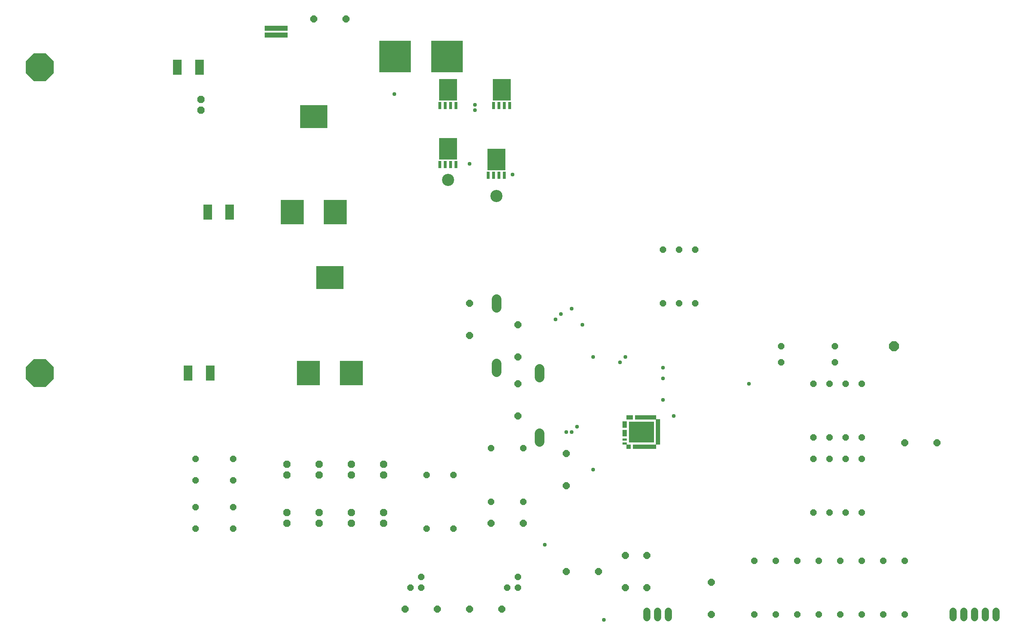
<source format=gbr>
G04 EAGLE Gerber RS-274X export*
G75*
%MOMM*%
%FSLAX34Y34*%
%LPD*%
%INSoldermask Top*%
%IPPOS*%
%AMOC8*
5,1,8,0,0,1.08239X$1,22.5*%
G01*
%ADD10P,1.759533X8X22.500000*%
%ADD11P,1.759533X8X202.500000*%
%ADD12P,1.759533X8X292.500000*%
%ADD13P,1.759533X8X112.500000*%
%ADD14P,1.649562X8X112.500000*%
%ADD15P,1.649562X8X292.500000*%
%ADD16C,1.727200*%
%ADD17R,0.711200X1.752600*%
%ADD18R,4.343400X5.105400*%
%ADD19P,1.649562X8X22.500000*%
%ADD20P,1.649562X8X202.500000*%
%ADD21R,0.508000X1.016000*%
%ADD22R,1.016000X0.508000*%
%ADD23R,5.994400X5.003800*%
%ADD24P,2.556822X8X22.500000*%
%ADD25R,5.533200X5.793200*%
%ADD26R,6.553200X5.483200*%
%ADD27C,2.298700*%
%ADD28P,1.852186X8X292.500000*%
%ADD29R,2.003200X3.603200*%
%ADD30R,5.403200X1.303200*%
%ADD31P,1.852186X8X112.500000*%
%ADD32R,7.503200X7.503200*%
%ADD33P,7.203089X8X22.500000*%
%ADD34C,3.759200*%
%ADD35C,2.870200*%
%ADD36C,0.959600*%


D10*
X558800Y88900D03*
X635000Y88900D03*
D11*
X838200Y292100D03*
X762000Y292100D03*
D12*
X711200Y812800D03*
X711200Y736600D03*
D10*
X939800Y177800D03*
X1016000Y177800D03*
D13*
X1282700Y76200D03*
X1282700Y152400D03*
D10*
X1739900Y482600D03*
X1816100Y482600D03*
X711200Y88900D03*
X787400Y88900D03*
X342900Y1485900D03*
X419100Y1485900D03*
D13*
X939800Y381000D03*
X939800Y457200D03*
X825500Y685800D03*
X825500Y762000D03*
D14*
X63500Y279400D03*
X63500Y330200D03*
X152400Y279400D03*
X152400Y330200D03*
D15*
X152400Y444500D03*
X152400Y393700D03*
X63500Y444500D03*
X63500Y393700D03*
D12*
X825500Y622300D03*
X825500Y546100D03*
X1130300Y215900D03*
X1130300Y139700D03*
X1079500Y215900D03*
X1079500Y139700D03*
D16*
X1955800Y83820D02*
X1955800Y68580D01*
X1930400Y68580D02*
X1930400Y83820D01*
X1905000Y83820D02*
X1905000Y68580D01*
X1879600Y68580D02*
X1879600Y83820D01*
X1854200Y83820D02*
X1854200Y68580D01*
D17*
X768350Y1281303D03*
X781050Y1281303D03*
X793750Y1281303D03*
X806450Y1281303D03*
D18*
X787400Y1318133D03*
D17*
X755650Y1116203D03*
X768350Y1116203D03*
X781050Y1116203D03*
X793750Y1116203D03*
D18*
X774700Y1153033D03*
D17*
X641350Y1141603D03*
X654050Y1141603D03*
X666750Y1141603D03*
X679450Y1141603D03*
D18*
X660400Y1178433D03*
D17*
X641350Y1281303D03*
X654050Y1281303D03*
X666750Y1281303D03*
X679450Y1281303D03*
D18*
X660400Y1318133D03*
D19*
X800100Y139700D03*
X825500Y139700D03*
X825500Y165100D03*
X571500Y139700D03*
X596900Y139700D03*
X596900Y165100D03*
X1447800Y673100D03*
X1574800Y673100D03*
D20*
X1574800Y711200D03*
X1447800Y711200D03*
D14*
X609600Y279400D03*
X609600Y406400D03*
X673100Y279400D03*
X673100Y406400D03*
D15*
X1600200Y444500D03*
X1600200Y317500D03*
X1600200Y622300D03*
X1600200Y495300D03*
X1638300Y444500D03*
X1638300Y317500D03*
X1638300Y622300D03*
X1638300Y495300D03*
X1168400Y939800D03*
X1168400Y812800D03*
X1206500Y939800D03*
X1206500Y812800D03*
D14*
X1485900Y76200D03*
X1485900Y203200D03*
X1435100Y76200D03*
X1435100Y203200D03*
X1536700Y76200D03*
X1536700Y203200D03*
X1587500Y76200D03*
X1587500Y203200D03*
X1638300Y76200D03*
X1638300Y203200D03*
D15*
X1739900Y203200D03*
X1739900Y76200D03*
X1524000Y444500D03*
X1524000Y317500D03*
X1524000Y622300D03*
X1524000Y495300D03*
X1562100Y444500D03*
X1562100Y317500D03*
X1562100Y622300D03*
X1562100Y495300D03*
X1244600Y939800D03*
X1244600Y812800D03*
D14*
X1384300Y76200D03*
X1384300Y203200D03*
D15*
X1689100Y203200D03*
X1689100Y76200D03*
D14*
X838200Y342900D03*
X838200Y469900D03*
X762000Y342900D03*
X762000Y469900D03*
D21*
X1085100Y473456D03*
X1090100Y473456D03*
X1100100Y473456D03*
X1105100Y473456D03*
X1110100Y473456D03*
X1115100Y473456D03*
X1120100Y473456D03*
X1125100Y473456D03*
X1130100Y473456D03*
X1135100Y473456D03*
X1140100Y473456D03*
X1150100Y473456D03*
D22*
X1157097Y480500D03*
X1157097Y485500D03*
X1157097Y490500D03*
X1157097Y500500D03*
X1157097Y505500D03*
X1157097Y510500D03*
X1157097Y515500D03*
X1157097Y520500D03*
X1157097Y525500D03*
X1157097Y530500D03*
X1157097Y535500D03*
D21*
X1150100Y542544D03*
X1145100Y542544D03*
X1135100Y542544D03*
X1130100Y542544D03*
X1125100Y542544D03*
X1120100Y542544D03*
X1110100Y542544D03*
X1105100Y542544D03*
X1095100Y542544D03*
X1085100Y542544D03*
D22*
X1078103Y530500D03*
X1078103Y525500D03*
X1078103Y520500D03*
X1078103Y510500D03*
X1078103Y505500D03*
X1078103Y500500D03*
X1078103Y490500D03*
X1078103Y480500D03*
D23*
X1117600Y508000D03*
D21*
X1145100Y473456D03*
D22*
X1157097Y495500D03*
D21*
X1140100Y542544D03*
X1115100Y542544D03*
X1090100Y542544D03*
D16*
X1130300Y83820D02*
X1130300Y68580D01*
X1155700Y68580D02*
X1155700Y83820D01*
X1181100Y83820D02*
X1181100Y68580D01*
D24*
X1714500Y711200D03*
D25*
X330250Y647700D03*
X431750Y647700D03*
D26*
X381000Y873700D03*
D25*
X292150Y1028700D03*
X393650Y1028700D03*
D26*
X342900Y1254700D03*
D27*
X774700Y670878D02*
X774700Y649923D01*
X774700Y802323D02*
X774700Y823278D01*
X876300Y505778D02*
X876300Y484823D01*
X876300Y637223D02*
X876300Y658178D01*
D28*
X508000Y431600D03*
X508000Y406600D03*
D29*
X20800Y1371600D03*
X72800Y1371600D03*
D30*
X254000Y1447800D03*
X254000Y1463800D03*
D29*
X46200Y647700D03*
X98200Y647700D03*
X144300Y1028700D03*
X92300Y1028700D03*
D28*
X431800Y431600D03*
X431800Y406600D03*
X355600Y431600D03*
X355600Y406600D03*
X279400Y431600D03*
X279400Y406600D03*
D31*
X279400Y292300D03*
X279400Y317300D03*
X355600Y292300D03*
X355600Y317300D03*
X431800Y292300D03*
X431800Y317300D03*
X508000Y292300D03*
X508000Y317300D03*
D32*
X535400Y1397000D03*
X658400Y1397000D03*
D28*
X76200Y1295200D03*
X76200Y1270200D03*
D33*
X-304800Y1371600D03*
X-304800Y647700D03*
D34*
X1117600Y508000D03*
D35*
X774700Y1066800D03*
D36*
X1168400Y584200D03*
X1193800Y546100D03*
D35*
X660400Y1104900D03*
D36*
X939800Y508000D03*
X1003300Y685800D03*
X812800Y1117600D03*
X952500Y800100D03*
X965200Y520700D03*
X977900Y762000D03*
X1168400Y635000D03*
X1168400Y660400D03*
X711200Y1143000D03*
X914400Y774700D03*
X1003300Y419100D03*
X723900Y1270000D03*
X889000Y241300D03*
X1079500Y685800D03*
X1371600Y622300D03*
X952500Y508000D03*
X533400Y1308100D03*
X723900Y1282700D03*
X927100Y787400D03*
X1028700Y63500D03*
X1066800Y673100D03*
M02*

</source>
